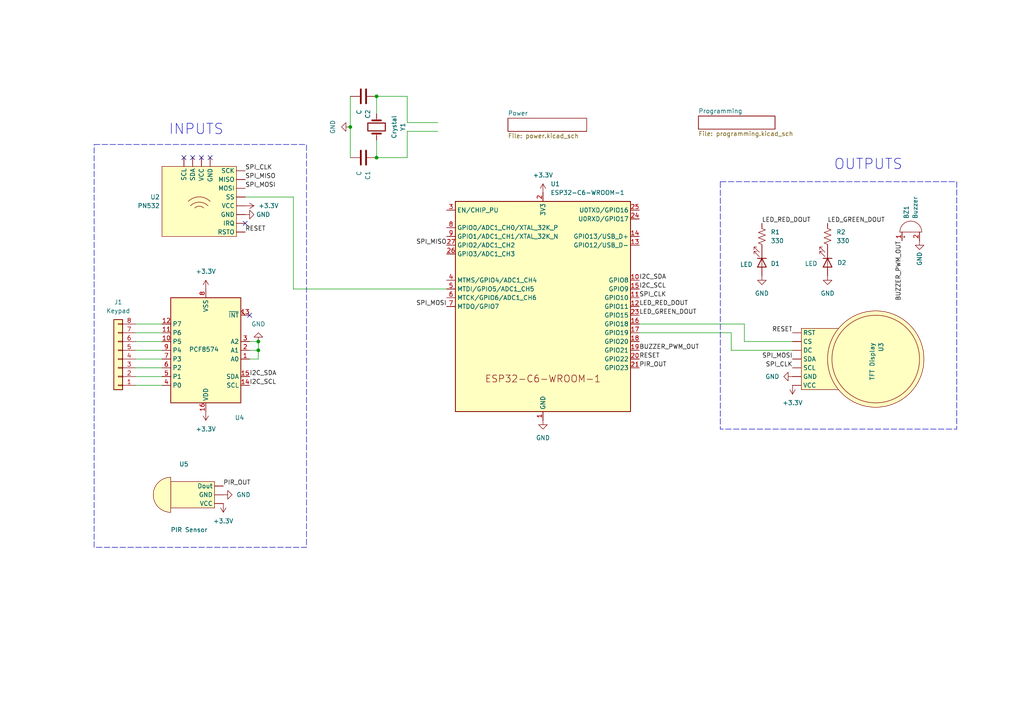
<source format=kicad_sch>
(kicad_sch (version 20231120) (generator "eeschema") (generator_version "8.0")
  (paper "A4")
  (lib_symbols
    (symbol "Connector_Generic:Conn_01x08" (pin_names (offset 1.016) hide)
      (property "Reference" "J" (at 0 10.16 0))
      (property "Value" "Conn_01x08" (at 0 -12.7 0))
      (symbol "Conn_01x08_1_1"
        (rectangle (start -1.27 -10.033) (end 0 -10.287) (stroke (width 0.1524)))
        (rectangle (start -1.27 -7.493) (end 0 -7.747) (stroke (width 0.1524)))
        (rectangle (start -1.27 -4.953) (end 0 -5.207) (stroke (width 0.1524)))
        (rectangle (start -1.27 -2.413) (end 0 -2.667) (stroke (width 0.1524)))
        (rectangle (start -1.27 0.127) (end 0 -0.127) (stroke (width 0.1524)))
        (rectangle (start -1.27 2.667) (end 0 2.413) (stroke (width 0.1524)))
        (rectangle (start -1.27 5.207) (end 0 4.953) (stroke (width 0.1524)))
        (rectangle (start -1.27 7.747) (end 0 7.493) (stroke (width 0.1524)))
        (rectangle (start -1.27 8.89) (end 1.27 -11.43) (stroke (width 0.254)) (fill (type background)))
        (pin passive line (at -5.08 7.62 0) (length 3.81) (name "Pin_1") (number "1"))
        (pin passive line (at -5.08 5.08 0) (length 3.81) (name "Pin_2") (number "2"))
        (pin passive line (at -5.08 2.54 0) (length 3.81) (name "Pin_3") (number "3"))
        (pin passive line (at -5.08 0 0) (length 3.81) (name "Pin_4") (number "4"))
        (pin passive line (at -5.08 -2.54 0) (length 3.81) (name "Pin_5") (number "5"))
        (pin passive line (at -5.08 -5.08 0) (length 3.81) (name "Pin_6") (number "6"))
        (pin passive line (at -5.08 -7.62 0) (length 3.81) (name "Pin_7") (number "7"))
        (pin passive line (at -5.08 -10.16 0) (length 3.81) (name "Pin_8") (number "8"))
      )
    )
    (symbol "Device:Buzzer" (pin_names (offset 0.0254) hide)
      (property "Reference" "BZ" (at 3.81 1.27 0))
      (property "Value" "Buzzer" (at 3.81 -1.27 0))
      (symbol "Buzzer_0_1"
        (arc (start 0 -3.175) (mid 3.1612 0) (end 0 3.175))
        (polyline (pts (xy -1.651 1.905) (xy -1.143 1.905)))
        (polyline (pts (xy -1.397 2.159) (xy -1.397 1.651)))
        (polyline (pts (xy 0 3.175) (xy 0 -3.175)))
      )
      (symbol "Buzzer_1_1"
        (pin passive line (at -2.54 2.54 0) (length 2.54) (name "-") (number "1"))
        (pin passive line (at -2.54 -2.54 0) (length 2.54) (name "+") (number "2"))
      )
    )
    (symbol "Device:C" (pin_numbers hide) (pin_names (offset 0.254))
      (property "Reference" "C" (at 0.635 2.54 0))
      (property "Value" "C" (at 0.635 -2.54 0))
      (symbol "C_0_1"
        (polyline (pts (xy -2.032 -0.762) (xy 2.032 -0.762)) (stroke (width 0.508)))
        (polyline (pts (xy -2.032 0.762) (xy 2.032 0.762)) (stroke (width 0.508)))
      )
      (symbol "C_1_1"
        (pin passive line (at 0 3.81 270) (length 2.794) (name "~") (number "1"))
        (pin passive line (at 0 -3.81 90) (length 2.794) (name "~") (number "2"))
      )
    )
    (symbol "Device:Crystal" (pin_numbers hide) (pin_names (offset 1.016) hide)
      (property "Reference" "Y" (at 0 3.81 0))
      (property "Value" "Crystal" (at 0 -3.81 0))
      (symbol "Crystal_0_1"
        (rectangle (start -1.143 2.54) (end 1.143 -2.54) (stroke (width 0.3048)))
        (polyline (pts (xy -2.54 0) (xy -1.905 0)))
        (polyline (pts (xy -1.905 -1.27) (xy -1.905 1.27)) (stroke (width 0.508)))
        (polyline (pts (xy 1.905 -1.27) (xy 1.905 1.27)) (stroke (width 0.508)))
        (polyline (pts (xy 2.54 0) (xy 1.905 0)))
      )
      (symbol "Crystal_1_1"
        (pin passive line (at -3.81 0 0) (length 1.27) (name "1") (number "1"))
        (pin passive line (at 3.81 0 180) (length 1.27) (name "2") (number "2"))
      )
    )
    (symbol "Device:LED" (pin_numbers hide) (pin_names (offset 1.016) hide)
      (property "Reference" "D" (at 0 2.54 0))
      (property "Value" "LED" (at 0 -2.54 0))
      (symbol "LED_0_1"
        (polyline (pts (xy -1.27 -1.27) (xy -1.27 1.27)) (stroke (width 0.254)))
        (polyline (pts (xy -1.27 0) (xy 1.27 0)))
        (polyline (pts (xy 1.27 -1.27) (xy 1.27 1.27) (xy -1.27 0) (xy 1.27 -1.27)) (stroke (width 0.254)))
        (polyline (pts (xy -3.048 -0.762) (xy -4.572 -2.286) (xy -3.81 -2.286) (xy -4.572 -2.286) (xy -4.572 -1.524)))
        (polyline (pts (xy -1.778 -0.762) (xy -3.302 -2.286) (xy -2.54 -2.286) (xy -3.302 -2.286) (xy -3.302 -1.524)))
      )
      (symbol "LED_1_1"
        (pin passive line (at -3.81 0 0) (length 2.54) (name "K") (number "1"))
        (pin passive line (at 3.81 0 180) (length 2.54) (name "A") (number "2"))
      )
    )
    (symbol "Device:R_US" (pin_numbers hide) (pin_names (offset 0))
      (property "Reference" "R" (at 2.54 0 90))
      (property "Value" "R_US" (at -2.54 0 90))
      (symbol "R_US_0_1"
        (polyline (pts (xy 0 -2.286) (xy 0 -2.54)))
        (polyline (pts (xy 0 2.286) (xy 0 2.54)))
        (polyline (pts (xy 0 -0.762) (xy 1.016 -1.143) (xy 0 -1.524) (xy -1.016 -1.905) (xy 0 -2.286)))
        (polyline (pts (xy 0 0.762) (xy 1.016 0.381) (xy 0 0) (xy -1.016 -0.381) (xy 0 -0.762)))
        (polyline (pts (xy 0 2.286) (xy 1.016 1.905) (xy 0 1.524) (xy -1.016 1.143) (xy 0 0.762)))
      )
      (symbol "R_US_1_1"
        (pin passive line (at 0 3.81 270) (length 1.27) (name "~") (number "1"))
        (pin passive line (at 0 -3.81 90) (length 1.27) (name "~") (number "2"))
      )
    )
    (symbol "GND_1" (power) (pin_numbers hide) (pin_names (offset 0) hide)
      (property "Value" "GND" (at 0 -3.81 0))
      (symbol "GND_1_0_1"
        (polyline (pts (xy 0 0) (xy 0 -1.27) (xy 1.27 -1.27) (xy 0 -2.54) (xy -1.27 -1.27) (xy 0 -1.27)))
      )
      (symbol "GND_1_1_1"
        (pin power_in line (at 0 0 270) (length 0) (name "~") (number "1"))
      )
    )
    (symbol "Interface_Expansion:PCF8574"
      (property "Reference" "U" (at -8.89 16.51 0))
      (property "Value" "PCF8574" (at 2.54 16.51 0))
      (symbol "PCF8574_0_1"
        (rectangle (start -10.16 15.24) (end 10.16 -15.24) (stroke (width 0.254)) (fill (type background)))
      )
      (symbol "PCF8574_1_1"
        (pin input line (at -12.7 2.54 0) (length 2.54) (name "A0") (number "1"))
        (pin bidirectional line (at 12.7 -2.54 180) (length 2.54) (name "P5") (number "10"))
        (pin bidirectional line (at 12.7 -5.08 180) (length 2.54) (name "P6") (number "11"))
        (pin bidirectional line (at 12.7 -7.62 180) (length 2.54) (name "P7") (number "12"))
        (pin open_collector output_low (at -12.7 -10.16 0) (length 2.54) (name "~{INT}") (number "13"))
        (pin input line (at -12.7 10.16 0) (length 2.54) (name "SCL") (number "14"))
        (pin bidirectional line (at -12.7 7.62 0) (length 2.54) (name "SDA") (number "15"))
        (pin power_in line (at 0 17.78 270) (length 2.54) (name "VDD") (number "16"))
        (pin input line (at -12.7 0 0) (length 2.54) (name "A1") (number "2"))
        (pin input line (at -12.7 -2.54 0) (length 2.54) (name "A2") (number "3"))
        (pin bidirectional line (at 12.7 10.16 180) (length 2.54) (name "P0") (number "4"))
        (pin bidirectional line (at 12.7 7.62 180) (length 2.54) (name "P1") (number "5"))
        (pin bidirectional line (at 12.7 5.08 180) (length 2.54) (name "P2") (number "6"))
        (pin bidirectional line (at 12.7 2.54 180) (length 2.54) (name "P3") (number "7"))
        (pin power_in line (at 0 -17.78 90) (length 2.54) (name "VSS") (number "8"))
        (pin bidirectional line (at 12.7 0 180) (length 2.54) (name "P4") (number "9"))
      )
    )
    (symbol "PCM_Espressif:ESP32-C6-WROOM-1"
      (property "Reference" "U" (at -25.4 35.56 0))
      (property "Value" "ESP32-C6-WROOM-1" (at -25.4 33.02 0))
      (symbol "ESP32-C6-WROOM-1_0_0"
        (text "ESP32-C6-WROOM-1" (at 0 -20.955 0) (effects (font (size 2 2))))
      )
      (symbol "ESP32-C6-WROOM-1_0_1"
        (rectangle (start -25.4 30.48) (end 25.4 -30.48) (stroke (width 0.254)) (fill (type background)))
      )
      (symbol "ESP32-C6-WROOM-1_1_1"
        (pin power_in line (at 0 -33.02 90) (length 2.54) (name "GND") (number "1"))
        (pin bidirectional line (at 27.94 7.62 180) (length 2.54) (name "GPIO8") (number "10"))
        (pin bidirectional line (at 27.94 2.54 180) (length 2.54) (name "GPIO10") (number "11"))
        (pin bidirectional line (at 27.94 0 180) (length 2.54) (name "GPIO11") (number "12"))
        (pin bidirectional line (at 27.94 17.78 180) (length 2.54) (name "GPIO12/USB_D-") (number "13"))
        (pin bidirectional line (at 27.94 20.32 180) (length 2.54) (name "GPIO13/USB_D+") (number "14"))
        (pin bidirectional line (at 27.94 5.08 180) (length 2.54) (name "GPIO9") (number "15"))
        (pin bidirectional line (at 27.94 -5.08 180) (length 2.54) (name "GPIO18") (number "16"))
        (pin bidirectional line (at 27.94 -7.62 180) (length 2.54) (name "GPIO19") (number "17"))
        (pin bidirectional line (at 27.94 -10.16 180) (length 2.54) (name "GPIO20") (number "18"))
        (pin bidirectional line (at 27.94 -12.7 180) (length 2.54) (name "GPIO21") (number "19"))
        (pin power_in line (at 0 33.02 270) (length 2.54) (name "3V3") (number "2"))
        (pin bidirectional line (at 27.94 -15.24 180) (length 2.54) (name "GPIO22") (number "20"))
        (pin bidirectional line (at 27.94 -17.78 180) (length 2.54) (name "GPIO23") (number "21"))
        (pin no_connect line (at -25.4 -12.7 0) (length 2.54) hide (name "NC") (number "22"))
        (pin bidirectional line (at 27.94 -2.54 180) (length 2.54) (name "GPIO15") (number "23"))
        (pin bidirectional line (at 27.94 25.4 180) (length 2.54) (name "U0RXD/GPIO17") (number "24"))
        (pin bidirectional line (at 27.94 27.94 180) (length 2.54) (name "U0TXD/GPIO16") (number "25"))
        (pin bidirectional line (at -27.94 15.24 0) (length 2.54) (name "GPIO3/ADC1_CH3") (number "26"))
        (pin bidirectional line (at -27.94 17.78 0) (length 2.54) (name "GPIO2/ADC1_CH2") (number "27"))
        (pin passive line (at 0 -33.02 90) (length 2.54) hide (name "GND") (number "28"))
        (pin passive line (at 0 -33.02 90) (length 2.54) hide (name "GND") (number "29"))
        (pin input line (at -27.94 27.94 0) (length 2.54) (name "EN/CHIP_PU") (number "3"))
        (pin bidirectional line (at -27.94 7.62 0) (length 2.54) (name "MTMS/GPIO4/ADC1_CH4") (number "4"))
        (pin bidirectional line (at -27.94 5.08 0) (length 2.54) (name "MTDI/GPIO5/ADC1_CH5") (number "5"))
        (pin bidirectional line (at -27.94 2.54 0) (length 2.54) (name "MTCK/GPIO6/ADC1_CH6") (number "6"))
        (pin bidirectional line (at -27.94 0 0) (length 2.54) (name "MTDO/GPIO7") (number "7"))
        (pin bidirectional line (at -27.94 22.86 0) (length 2.54) (name "GPIO0/ADC1_CH0/XTAL_32K_P") (number "8"))
        (pin bidirectional line (at -27.94 20.32 0) (length 2.54) (name "GPIO1/ADC1_CH1/XTAL_32K_N") (number "9"))
      )
    )
    (symbol "Senior-Design-Custom-Symbols:PIR_Sensor"
      (property "Reference" "U" (at 0 9.906 0))
      (symbol "PIR_Sensor_0_1"
        (polyline (pts (xy -5.08 12.7) (xy 5.08 12.7)))
      )
      (symbol "PIR_Sensor_1_1"
        (rectangle (start -3.81 12.7) (end 3.81 0) (fill (type background)))
        (arc (start 5.08 12.7) (mid 0 17.78) (end -5.08 12.7) (fill (type background)))
        (pin input line (at 2.54 -2.54 90) (length 2.54) (name "Dout") (number ""))
        (pin input line (at 0 -2.54 90) (length 2.54) (name "GND") (number ""))
        (pin input line (at -2.54 -2.54 90) (length 2.54) (name "VCC") (number ""))
      )
    )
    (symbol "Senior-Design-Custom-Symbols:PN532_NFC_Reader"
      (property "Reference" "U" (at 1.27 -1.27 0))
      (property "Value" "PN532" (at 11.43 -22.86 0))
      (symbol "PN532_NFC_Reader_0_1"
        (arc (start 12.065 -12.0648) (mid 10.795 -11.5388) (end 9.525 -12.0648))
        (arc (start 13.335 -11.4299) (mid 10.795 -10.3778) (end 8.255 -11.4299))
        (arc (start 13.97 -10.16) (mid 10.795 -8.8449) (end 7.62 -10.16))
      )
      (symbol "PN532_NFC_Reader_1_1"
        (rectangle (start 0 0) (end 21.59 -20.32) (fill (type background)))
        (pin input line (at 13.97 2.54 270) (length 2.54) (name "GND") (number ""))
        (pin input line (at 24.13 -13.97 180) (length 2.54) (name "GND") (number ""))
        (pin input line (at 24.13 -16.51 180) (length 2.54) (name "IRQ") (number ""))
        (pin input line (at 24.13 -3.81 180) (length 2.54) (name "MISO") (number ""))
        (pin input line (at 24.13 -6.35 180) (length 2.54) (name "MOSI") (number ""))
        (pin input line (at 24.13 -19.05 180) (length 2.54) (name "RSTO") (number ""))
        (pin input line (at 24.13 -1.27 180) (length 2.54) (name "SCK") (number ""))
        (pin input line (at 6.35 2.54 270) (length 2.54) (name "SCL") (number ""))
        (pin input line (at 8.89 2.54 270) (length 2.54) (name "SDA") (number ""))
        (pin input line (at 24.13 -8.89 180) (length 2.54) (name "SS") (number ""))
        (pin input line (at 11.43 2.54 270) (length 2.54) (name "VCC") (number ""))
        (pin input line (at 24.13 -11.43 180) (length 2.54) (name "VCC") (number ""))
      )
    )
    (symbol "Senior-Design-Custom-Symbols:TFT_Display"
      (property "Reference" "U" (at 0 0 0))
      (property "Value" "TFT Display" (at 0 6.35 0))
      (symbol "TFT_Display_0_1"
        (polyline (pts (xy -8.89 10.795) (xy -8.89 10.16)))
        (polyline (pts (xy 8.89 10.795) (xy 8.89 10.16)))
      )
      (symbol "TFT_Display_1_1"
        (polyline (pts (xy 8.89 10.16) (xy 8.89 0) (xy -8.89 0) (xy -8.89 10.16)) (fill (type background)))
        (circle (center 0 21.59) (radius 12.7) (fill (type background)))
        (circle (center 0 21.59) (radius 13.97) (fill (type background)))
        (pin bidirectional line (at -5.08 -2.54 90) (length 2.54) (name "CS") (number ""))
        (pin bidirectional line (at -2.54 -2.54 90) (length 2.54) (name "DC") (number ""))
        (pin bidirectional line (at 5.08 -2.54 90) (length 2.54) (name "GND") (number ""))
        (pin bidirectional line (at -7.62 -2.54 90) (length 2.54) (name "RST") (number ""))
        (pin bidirectional line (at 2.54 -2.54 90) (length 2.54) (name "SCL") (number ""))
        (pin bidirectional line (at 0 -2.54 90) (length 2.54) (name "SDA") (number ""))
        (pin bidirectional line (at 7.62 -2.54 90) (length 2.54) (name "VCC") (number ""))
      )
    )
    (symbol "power:+3.3V" (power) (pin_numbers hide) (pin_names (offset 0) hide)
      (property "Value" "+3.3V" (at 0 3.556 0))
      (symbol "+3.3V_0_1"
        (polyline (pts (xy -0.762 1.27) (xy 0 2.54)))
        (polyline (pts (xy 0 0) (xy 0 2.54)))
        (polyline (pts (xy 0 2.54) (xy 0.762 1.27)))
      )
      (symbol "+3.3V_1_1"
        (pin power_in line (at 0 0 90) (length 0) (name "~") (number "1"))
      )
    )
    (symbol "power:GND" (power) (pin_names (offset 0))
      (property "Value" "GND" (at 0 -3.81 0))
      (symbol "GND_0_1"
        (polyline (pts (xy 0 0) (xy 0 -1.27) (xy 1.27 -1.27) (xy 0 -2.54) (xy -1.27 -1.27) (xy 0 -1.27)))
      )
      (symbol "GND_1_1"
        (pin power_in line (at 0 0 270) (length 0) hide (name "GND") (number "1"))
      )
    )
  )
  (junction (at 109.22 45.72))
  (junction (at 74.93 101.6))
  (junction (at 74.93 99.06))
  (junction (at 109.22 27.94))
  (junction (at 101.6 36.83))
  (no_connect (at 53.34 45.72))
  (no_connect (at 72.39 91.44))
  (no_connect (at 55.88 45.72))
  (no_connect (at 60.96 45.72))
  (no_connect (at 71.12 64.77))
  (no_connect (at 58.42 45.72))
  (wire (pts (xy 127 38.1) (xy 118.11 38.1)))
  (wire (pts (xy 101.6 27.94) (xy 101.6 36.83)))
  (wire (pts (xy 215.9 99.06) (xy 215.9 93.98)))
  (wire (pts (xy 74.93 99.06) (xy 72.39 99.06)))
  (wire (pts (xy 39.37 106.68) (xy 46.99 106.68)))
  (wire (pts (xy 127 35.56) (xy 118.11 35.56)))
  (wire (pts (xy 85.09 83.82) (xy 129.54 83.82)))
  (wire (pts (xy 229.87 99.06) (xy 215.9 99.06)))
  (wire (pts (xy 109.22 40.64) (xy 109.22 45.72)))
  (wire (pts (xy 39.37 96.52) (xy 46.99 96.52)))
  (wire (pts (xy 85.09 57.15) (xy 85.09 83.82)))
  (wire (pts (xy 39.37 104.14) (xy 46.99 104.14)))
  (wire (pts (xy 74.93 101.6) (xy 74.93 99.06)))
  (wire (pts (xy 74.93 101.6) (xy 72.39 101.6)))
  (wire (pts (xy 39.37 109.22) (xy 46.99 109.22)))
  (wire (pts (xy 39.37 101.6) (xy 46.99 101.6)))
  (wire (pts (xy 39.37 99.06) (xy 46.99 99.06)))
  (wire (pts (xy 229.87 101.6) (xy 212.09 101.6)))
  (wire (pts (xy 118.11 35.56) (xy 118.11 27.94)))
  (wire (pts (xy 118.11 38.1) (xy 118.11 45.72)))
  (wire (pts (xy 39.37 111.76) (xy 46.99 111.76)))
  (wire (pts (xy 109.22 27.94) (xy 118.11 27.94)))
  (wire (pts (xy 215.9 93.98) (xy 185.42 93.98)))
  (wire (pts (xy 212.09 96.52) (xy 185.42 96.52)))
  (wire (pts (xy 212.09 101.6) (xy 212.09 96.52)))
  (wire (pts (xy 101.6 36.83) (xy 101.6 45.72)))
  (wire (pts (xy 109.22 45.72) (xy 118.11 45.72)))
  (wire (pts (xy 109.22 27.94) (xy 109.22 33.02)))
  (wire (pts (xy 71.12 57.15) (xy 85.09 57.15)))
  (wire (pts (xy 74.93 104.14) (xy 72.39 104.14)))
  (wire (pts (xy 39.37 93.98) (xy 46.99 93.98)))
  (wire (pts (xy 74.93 104.14) (xy 74.93 101.6)))
  (rectangle (start 27.305 41.91) (end 88.9 158.75) (stroke (width 0) (type dash)))
  (rectangle (start 208.915 52.705) (end 277.495 124.46) (stroke (width 0) (type dash)))
  (rectangle (start 88.9 113.03) (end 88.9 113.03))
  (text "INPUTS" (at 48.895 39.37 0) (effects (font (size 3 3)) (justify left bottom)))
  (text "OUTPUTS" (at 241.808 49.53 0) (effects (font (size 3 3)) (justify left bottom)))
  (label "RESET" (at 229.87 96.52 180))
  (label "LED_RED_DOUT" (at 185.42 88.9 0))
  (label "RESET" (at 71.12 67.31 0))
  (label "SPI_MISO" (at 129.54 71.12 180))
  (label "I2C_SCL" (at 185.42 83.82 0))
  (label "I2C_SDA" (at 185.42 81.28 0))
  (label "SPI_CLK" (at 185.42 86.36 0))
  (label "LED_GREEN_DOUT" (at 185.42 91.44 0))
  (label "RESET" (at 185.42 104.14 0))
  (label "BUZZER_PWM_OUT" (at 261.62 69.85 270))
  (label "LED_RED_DOUT" (at 220.98 64.77 0))
  (label "SPI_MISO" (at 71.12 52.07 0))
  (label "PIR_OUT" (at 64.77 140.97 0))
  (label "SPI_MOSI" (at 229.87 104.14 180))
  (label "PIR_OUT" (at 185.42 106.68 0))
  (label "I2C_SDA" (at 72.39 109.22 0))
  (label "SPI_MOSI" (at 71.12 54.61 0))
  (label "SPI_CLK" (at 229.87 106.68 180))
  (label "LED_GREEN_DOUT" (at 240.03 64.77 0))
  (label "SPI_CLK" (at 71.12 49.53 0))
  (label "I2C_SCL" (at 72.39 111.76 0))
  (label "BUZZER_PWM_OUT" (at 185.42 101.6 0))
  (label "SPI_MOSI" (at 129.54 88.9 180))
  (symbol (lib_id "PCM_Espressif:ESP32-C6-WROOM-1") (at 157.48 88.9 0) (unit 1)
    (property "Reference" "U1" (at 159.6741 53.34 0) (effects (justify left)))
    (property "Value" "ESP32-C6-WROOM-1" (at 159.6741 55.88 0) (effects (justify left)))
    (property "Footprint" "PCM_Espressif:ESP32-C6-WROOM-1" (effects (hide yes)))
    (property "Datasheet" "https://www.espressif.com/sites/default/files/documentation/esp32-c6-wroom-1_wroom-1u_datasheet_en.pdf" (effects (hide yes)))
    (property "Description" "ESP32-C6-WROOM-1/U is a module that supports 2.4 GHz Wi-Fi 6 (802.11 ax), Bluetooth® 5 (LE), Zigbee and Thread (802.15.4)" (effects (hide yes)))
  )
  (symbol (lib_id "power:GND") (at 229.87 109.22 270) (unit 1)
    (property "Reference" "#PWR015" (effects (hide yes)))
    (property "Value" "GND" (at 226.06 109.2199 90) (effects (justify right)))
  )
  (symbol (lib_id "power:+3.3V") (at 157.48 55.88 0) (unit 1)
    (property "Reference" "#PWR010" (effects (hide yes)))
    (property "Value" "+3.3V" (at 157.48 50.8 0))
    (property "Description" "Power symbol creates a global label with name \"+3.3V\"" (effects (hide yes)))
  )
  (symbol (lib_id "power:+3.3V") (at 229.87 111.76 180) (unit 1)
    (property "Reference" "#PWR05" (effects (hide yes)))
    (property "Value" "+3.3V" (at 229.87 116.84 0))
    (property "Description" "Power symbol creates a global label with name \"+3.3V\"" (effects (hide yes)))
  )
  (symbol (lib_id "power:GND") (at 71.12 62.23 90) (unit 1)
    (property "Reference" "#PWR01" (effects (hide yes)))
    (property "Value" "GND" (at 74.295 62.23 90) (effects (justify right)))
  )
  (symbol (lib_id "Interface_Expansion:PCF8574") (at 59.69 101.6 180) (unit 1)
    (property "Reference" "U4" (at 70.866 121.158 0) (effects (justify left)))
    (property "Value" "PCF8574" (at 63.5 101.346 0) (effects (justify left)))
    (property "Datasheet" "http://www.nxp.com/docs/en/data-sheet/PCF8574_PCF8574A.pdf" (effects (hide yes)))
    (property "Description" "8 Bit Port/Expander to I2C Bus, DIP/SOIC-16" (effects (hide yes)))
  )
  (symbol (lib_id "Connector_Generic:Conn_01x08") (at 34.29 104.14 180) (unit 1)
    (property "Reference" "J1" (at 34.29 87.63 0))
    (property "Value" "Keypad" (at 34.29 90.17 0))
    (property "Description" "Generic connector, single row, 01x08, script generated (kicad-library-utils/schlib/autogen/connector/)" (effects (hide yes)))
  )
  (symbol (lib_id "power:GND") (at 266.7 69.85 0) (unit 1)
    (property "Reference" "#PWR06" (effects (hide yes)))
    (property "Value" "GND" (at 266.7 73.025 90) (effects (justify right)))
  )
  (symbol (lib_id "Device:C") (at 105.41 45.72 270) (unit 1)
    (property "Reference" "C1" (at 106.6801 49.53 0) (effects (justify left)))
    (property "Value" "C" (at 104.1401 49.53 0) (effects (justify left)))
    (property "Description" "Unpolarized capacitor" (effects (hide yes)))
  )
  (symbol (lib_name "GND_1") (lib_id "power:GND") (at 157.48 121.92 0) (unit 1)
    (property "Reference" "#PWR012" (effects (hide yes)))
    (property "Value" "GND" (at 157.48 127 0))
    (property "Description" "Power symbol creates a global label with name \"GND\" , ground" (effects (hide yes)))
  )
  (symbol (lib_id "Device:R_US") (at 220.98 68.58 0) (unit 1)
    (property "Reference" "R1" (at 223.52 67.3099 0) (effects (justify left)))
    (property "Value" "330" (at 223.52 69.8499 0) (effects (justify left)))
    (property "Description" "Resistor, US symbol" (effects (hide yes)))
  )
  (symbol (lib_id "power:+3.3V") (at 64.77 146.05 180) (unit 1)
    (property "Reference" "#PWR02" (effects (hide yes)))
    (property "Value" "+3.3V" (at 64.77 151.13 0))
    (property "Description" "Power symbol creates a global label with name \"+3.3V\"" (effects (hide yes)))
  )
  (symbol (lib_id "Device:LED") (at 240.03 76.2 270) (unit 1)
    (property "Reference" "D2" (at 242.824 76.2 90) (effects (justify left)))
    (property "Value" "LED" (at 233.426 76.454 90) (effects (justify left)))
  )
  (symbol (lib_id "Senior-Design-Custom-Symbols:PN532_NFC_Reader") (at 46.99 48.26 0) (unit 1)
    (property "Reference" "U2" (at 46.355 57.15 0) (effects (justify right)))
    (property "Value" "PN532" (at 46.355 59.69 0) (effects (justify right)))
  )
  (symbol (lib_id "Device:C") (at 105.41 27.94 270) (unit 1)
    (property "Reference" "C2" (at 106.6801 31.75 0) (effects (justify left)))
    (property "Value" "C" (at 104.1401 31.75 0) (effects (justify left)))
    (property "Description" "Unpolarized capacitor" (effects (hide yes)))
  )
  (symbol (lib_id "power:GND") (at 220.98 80.01 0) (unit 1)
    (property "Reference" "#PWR07" (effects (hide yes)))
    (property "Value" "GND" (at 220.98 85.09 0))
  )
  (symbol (lib_id "power:GND") (at 101.6 36.83 270) (unit 1)
    (property "Reference" "#PWR09" (effects (hide yes)))
    (property "Value" "GND" (at 96.52 36.83 0))
  )
  (symbol (lib_id "power:+3.3V") (at 59.69 83.82 0) (unit 1)
    (property "Reference" "#PWR014" (effects (hide yes)))
    (property "Value" "+3.3V" (at 59.69 78.74 0))
    (property "Description" "Power symbol creates a global label with name \"+3.3V\"" (effects (hide yes)))
  )
  (symbol (lib_id "Device:Buzzer") (at 264.16 67.31 90) (unit 1)
    (property "Reference" "BZ1" (at 262.89 63.5 0) (effects (justify left)))
    (property "Value" "Buzzer" (at 265.43 63.5 0) (effects (justify left)))
  )
  (symbol (lib_id "Senior-Design-Custom-Symbols:TFT_Display") (at 232.41 104.14 270) (unit 1)
    (property "Reference" "U3" (at 255.524 99.314 0) (effects (justify left)))
    (property "Value" "TFT Display" (at 252.984 99.314 0) (effects (justify left)))
  )
  (symbol (lib_id "Device:LED") (at 220.98 76.2 270) (unit 1)
    (property "Reference" "D1" (at 223.52 76.454 90) (effects (justify left)))
    (property "Value" "LED" (at 214.63 76.708 90) (effects (justify left)))
  )
  (symbol (lib_id "power:GND") (at 64.77 143.51 90) (unit 1)
    (property "Reference" "#PWR03" (effects (hide yes)))
    (property "Value" "GND" (at 68.58 143.51 90) (effects (justify right)))
  )
  (symbol (lib_name "GND_1") (lib_id "power:GND") (at 74.93 99.06 180) (unit 1)
    (property "Reference" "#PWR013" (effects (hide yes)))
    (property "Value" "GND" (at 74.93 93.98 0))
    (property "Description" "Power symbol creates a global label with name \"GND\" , ground" (effects (hide yes)))
  )
  (symbol (lib_id "power:+3.3V") (at 71.12 59.69 270) (unit 1)
    (property "Reference" "#PWR011" (effects (hide yes)))
    (property "Value" "+3.3V" (at 74.93 59.6899 90) (effects (justify left)))
    (property "Description" "Power symbol creates a global label with name \"+3.3V\"" (effects (hide yes)))
  )
  (symbol (lib_id "power:GND") (at 240.03 80.01 0) (unit 1)
    (property "Reference" "#PWR08" (effects (hide yes)))
    (property "Value" "GND" (at 240.03 85.09 0))
  )
  (symbol (lib_id "Senior-Design-Custom-Symbols:PIR_Sensor") (at 62.23 143.51 90) (unit 1)
    (property "Reference" "U5" (at 53.34 134.62 90))
    (property "Value" "PIR Sensor" (at 54.864 153.67 90))
  )
  (symbol (lib_id "Device:Crystal") (at 109.22 36.83 270) (unit 1)
    (property "Reference" "Y1" (at 116.84 36.83 0))
    (property "Value" "Crystal" (at 114.3 36.83 0))
    (property "Description" "Two pin crystal" (effects (hide yes)))
  )
  (symbol (lib_id "power:+3.3V") (at 59.69 119.38 180) (unit 1)
    (property "Reference" "#PWR04" (effects (hide yes)))
    (property "Value" "+3.3V" (at 59.69 124.46 0))
    (property "Description" "Power symbol creates a global label with name \"+3.3V\"" (effects (hide yes)))
  )
  (symbol (lib_id "Device:R_US") (at 240.03 68.58 0) (unit 1)
    (property "Reference" "R2" (at 242.57 67.3099 0) (effects (justify left)))
    (property "Value" "330" (at 242.57 69.8499 0) (effects (justify left)))
    (property "Description" "Resistor, US symbol" (effects (hide yes)))
  )
  (sheet (at 202.565 33.655) (size 22.225 3.81) (stroke (width 0.1524))
    (property "Sheetname" "Programming" (at 202.565 32.9434 0) (effects (justify left bottom)))
    (property "Sheetfile" "programming.kicad_sch" (at 202.565 38.0496 0) (effects (justify left top)))
  )
  (sheet (at 147.32 34.29) (size 22.86 3.81) (stroke (width 0.1524))
    (property "Sheetname" "Power" (at 147.32 33.5784 0) (effects (justify left bottom)))
    (property "Sheetfile" "power.kicad_sch" (at 147.32 38.6846 0) (effects (justify left top)))
  )
)
</source>
